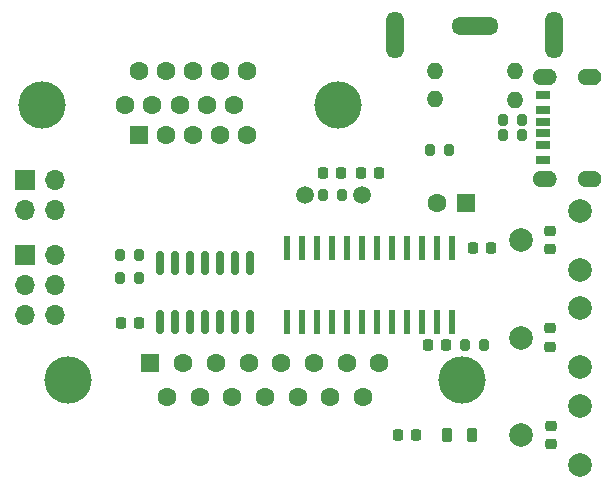
<source format=gbr>
%TF.GenerationSoftware,KiCad,Pcbnew,(6.0.6-0)*%
%TF.CreationDate,2022-10-23T01:51:18+09:00*%
%TF.ProjectId,Subaru,53756261-7275-42e6-9b69-6361645f7063,rev?*%
%TF.SameCoordinates,Original*%
%TF.FileFunction,Soldermask,Bot*%
%TF.FilePolarity,Negative*%
%FSLAX46Y46*%
G04 Gerber Fmt 4.6, Leading zero omitted, Abs format (unit mm)*
G04 Created by KiCad (PCBNEW (6.0.6-0)) date 2022-10-23 01:51:18*
%MOMM*%
%LPD*%
G01*
G04 APERTURE LIST*
G04 Aperture macros list*
%AMRoundRect*
0 Rectangle with rounded corners*
0 $1 Rounding radius*
0 $2 $3 $4 $5 $6 $7 $8 $9 X,Y pos of 4 corners*
0 Add a 4 corners polygon primitive as box body*
4,1,4,$2,$3,$4,$5,$6,$7,$8,$9,$2,$3,0*
0 Add four circle primitives for the rounded corners*
1,1,$1+$1,$2,$3*
1,1,$1+$1,$4,$5*
1,1,$1+$1,$6,$7*
1,1,$1+$1,$8,$9*
0 Add four rect primitives between the rounded corners*
20,1,$1+$1,$2,$3,$4,$5,0*
20,1,$1+$1,$4,$5,$6,$7,0*
20,1,$1+$1,$6,$7,$8,$9,0*
20,1,$1+$1,$8,$9,$2,$3,0*%
G04 Aperture macros list end*
%ADD10C,0.010000*%
%ADD11C,2.000000*%
%ADD12C,4.000000*%
%ADD13R,1.600000X1.600000*%
%ADD14C,1.600000*%
%ADD15O,1.500000X4.000000*%
%ADD16O,4.000000X1.500000*%
%ADD17O,1.400000X1.400000*%
%ADD18R,1.700000X1.700000*%
%ADD19O,1.700000X1.700000*%
%ADD20C,1.500000*%
%ADD21R,0.600000X2.000000*%
%ADD22RoundRect,0.218750X0.218750X0.381250X-0.218750X0.381250X-0.218750X-0.381250X0.218750X-0.381250X0*%
%ADD23RoundRect,0.225000X-0.225000X-0.250000X0.225000X-0.250000X0.225000X0.250000X-0.225000X0.250000X0*%
%ADD24RoundRect,0.200000X0.200000X0.275000X-0.200000X0.275000X-0.200000X-0.275000X0.200000X-0.275000X0*%
%ADD25R,1.200000X0.700000*%
%ADD26R,1.200000X0.800000*%
%ADD27R,1.200000X0.760000*%
%ADD28RoundRect,0.225000X0.225000X0.250000X-0.225000X0.250000X-0.225000X-0.250000X0.225000X-0.250000X0*%
%ADD29RoundRect,0.225000X0.250000X-0.225000X0.250000X0.225000X-0.250000X0.225000X-0.250000X-0.225000X0*%
%ADD30RoundRect,0.200000X-0.200000X-0.275000X0.200000X-0.275000X0.200000X0.275000X-0.200000X0.275000X0*%
%ADD31RoundRect,0.150000X-0.150000X0.825000X-0.150000X-0.825000X0.150000X-0.825000X0.150000X0.825000X0*%
G04 APERTURE END LIST*
%TO.C,J3*%
G36*
X149734000Y-70596000D02*
G01*
X149768000Y-70599000D01*
X149802000Y-70603000D01*
X149835000Y-70609000D01*
X149868000Y-70617000D01*
X149901000Y-70627000D01*
X149933000Y-70638000D01*
X149964000Y-70651000D01*
X149995000Y-70666000D01*
X150025000Y-70682000D01*
X150054000Y-70700000D01*
X150082000Y-70719000D01*
X150109000Y-70740000D01*
X150135000Y-70762000D01*
X150160000Y-70785000D01*
X150183000Y-70810000D01*
X150205000Y-70836000D01*
X150226000Y-70863000D01*
X150245000Y-70891000D01*
X150263000Y-70920000D01*
X150279000Y-70950000D01*
X150294000Y-70981000D01*
X150307000Y-71012000D01*
X150318000Y-71044000D01*
X150328000Y-71077000D01*
X150336000Y-71110000D01*
X150342000Y-71143000D01*
X150346000Y-71177000D01*
X150349000Y-71211000D01*
X150350000Y-71245000D01*
X150349000Y-71279000D01*
X150346000Y-71313000D01*
X150342000Y-71347000D01*
X150336000Y-71380000D01*
X150328000Y-71413000D01*
X150318000Y-71446000D01*
X150307000Y-71478000D01*
X150294000Y-71509000D01*
X150279000Y-71540000D01*
X150263000Y-71570000D01*
X150245000Y-71599000D01*
X150226000Y-71627000D01*
X150205000Y-71654000D01*
X150183000Y-71680000D01*
X150160000Y-71705000D01*
X150135000Y-71728000D01*
X150109000Y-71750000D01*
X150082000Y-71771000D01*
X150054000Y-71790000D01*
X150025000Y-71808000D01*
X149995000Y-71824000D01*
X149964000Y-71839000D01*
X149933000Y-71852000D01*
X149901000Y-71863000D01*
X149868000Y-71873000D01*
X149835000Y-71881000D01*
X149802000Y-71887000D01*
X149768000Y-71891000D01*
X149734000Y-71894000D01*
X149700000Y-71895000D01*
X149100000Y-71895000D01*
X149066000Y-71894000D01*
X149032000Y-71891000D01*
X148998000Y-71887000D01*
X148965000Y-71881000D01*
X148932000Y-71873000D01*
X148899000Y-71863000D01*
X148867000Y-71852000D01*
X148836000Y-71839000D01*
X148805000Y-71824000D01*
X148775000Y-71808000D01*
X148746000Y-71790000D01*
X148718000Y-71771000D01*
X148691000Y-71750000D01*
X148665000Y-71728000D01*
X148640000Y-71705000D01*
X148617000Y-71680000D01*
X148595000Y-71654000D01*
X148574000Y-71627000D01*
X148555000Y-71599000D01*
X148537000Y-71570000D01*
X148521000Y-71540000D01*
X148506000Y-71509000D01*
X148493000Y-71478000D01*
X148482000Y-71446000D01*
X148472000Y-71413000D01*
X148464000Y-71380000D01*
X148458000Y-71347000D01*
X148454000Y-71313000D01*
X148451000Y-71279000D01*
X148450000Y-71245000D01*
X148451000Y-71211000D01*
X148454000Y-71177000D01*
X148458000Y-71143000D01*
X148464000Y-71110000D01*
X148472000Y-71077000D01*
X148482000Y-71044000D01*
X148493000Y-71012000D01*
X148506000Y-70981000D01*
X148521000Y-70950000D01*
X148537000Y-70920000D01*
X148555000Y-70891000D01*
X148574000Y-70863000D01*
X148595000Y-70836000D01*
X148617000Y-70810000D01*
X148640000Y-70785000D01*
X148665000Y-70762000D01*
X148691000Y-70740000D01*
X148718000Y-70719000D01*
X148746000Y-70700000D01*
X148775000Y-70682000D01*
X148805000Y-70666000D01*
X148836000Y-70651000D01*
X148867000Y-70638000D01*
X148899000Y-70627000D01*
X148932000Y-70617000D01*
X148965000Y-70609000D01*
X148998000Y-70603000D01*
X149032000Y-70599000D01*
X149066000Y-70596000D01*
X149100000Y-70595000D01*
X149700000Y-70595000D01*
X149734000Y-70596000D01*
G37*
D10*
X149734000Y-70596000D02*
X149768000Y-70599000D01*
X149802000Y-70603000D01*
X149835000Y-70609000D01*
X149868000Y-70617000D01*
X149901000Y-70627000D01*
X149933000Y-70638000D01*
X149964000Y-70651000D01*
X149995000Y-70666000D01*
X150025000Y-70682000D01*
X150054000Y-70700000D01*
X150082000Y-70719000D01*
X150109000Y-70740000D01*
X150135000Y-70762000D01*
X150160000Y-70785000D01*
X150183000Y-70810000D01*
X150205000Y-70836000D01*
X150226000Y-70863000D01*
X150245000Y-70891000D01*
X150263000Y-70920000D01*
X150279000Y-70950000D01*
X150294000Y-70981000D01*
X150307000Y-71012000D01*
X150318000Y-71044000D01*
X150328000Y-71077000D01*
X150336000Y-71110000D01*
X150342000Y-71143000D01*
X150346000Y-71177000D01*
X150349000Y-71211000D01*
X150350000Y-71245000D01*
X150349000Y-71279000D01*
X150346000Y-71313000D01*
X150342000Y-71347000D01*
X150336000Y-71380000D01*
X150328000Y-71413000D01*
X150318000Y-71446000D01*
X150307000Y-71478000D01*
X150294000Y-71509000D01*
X150279000Y-71540000D01*
X150263000Y-71570000D01*
X150245000Y-71599000D01*
X150226000Y-71627000D01*
X150205000Y-71654000D01*
X150183000Y-71680000D01*
X150160000Y-71705000D01*
X150135000Y-71728000D01*
X150109000Y-71750000D01*
X150082000Y-71771000D01*
X150054000Y-71790000D01*
X150025000Y-71808000D01*
X149995000Y-71824000D01*
X149964000Y-71839000D01*
X149933000Y-71852000D01*
X149901000Y-71863000D01*
X149868000Y-71873000D01*
X149835000Y-71881000D01*
X149802000Y-71887000D01*
X149768000Y-71891000D01*
X149734000Y-71894000D01*
X149700000Y-71895000D01*
X149100000Y-71895000D01*
X149066000Y-71894000D01*
X149032000Y-71891000D01*
X148998000Y-71887000D01*
X148965000Y-71881000D01*
X148932000Y-71873000D01*
X148899000Y-71863000D01*
X148867000Y-71852000D01*
X148836000Y-71839000D01*
X148805000Y-71824000D01*
X148775000Y-71808000D01*
X148746000Y-71790000D01*
X148718000Y-71771000D01*
X148691000Y-71750000D01*
X148665000Y-71728000D01*
X148640000Y-71705000D01*
X148617000Y-71680000D01*
X148595000Y-71654000D01*
X148574000Y-71627000D01*
X148555000Y-71599000D01*
X148537000Y-71570000D01*
X148521000Y-71540000D01*
X148506000Y-71509000D01*
X148493000Y-71478000D01*
X148482000Y-71446000D01*
X148472000Y-71413000D01*
X148464000Y-71380000D01*
X148458000Y-71347000D01*
X148454000Y-71313000D01*
X148451000Y-71279000D01*
X148450000Y-71245000D01*
X148451000Y-71211000D01*
X148454000Y-71177000D01*
X148458000Y-71143000D01*
X148464000Y-71110000D01*
X148472000Y-71077000D01*
X148482000Y-71044000D01*
X148493000Y-71012000D01*
X148506000Y-70981000D01*
X148521000Y-70950000D01*
X148537000Y-70920000D01*
X148555000Y-70891000D01*
X148574000Y-70863000D01*
X148595000Y-70836000D01*
X148617000Y-70810000D01*
X148640000Y-70785000D01*
X148665000Y-70762000D01*
X148691000Y-70740000D01*
X148718000Y-70719000D01*
X148746000Y-70700000D01*
X148775000Y-70682000D01*
X148805000Y-70666000D01*
X148836000Y-70651000D01*
X148867000Y-70638000D01*
X148899000Y-70627000D01*
X148932000Y-70617000D01*
X148965000Y-70609000D01*
X148998000Y-70603000D01*
X149032000Y-70599000D01*
X149066000Y-70596000D01*
X149100000Y-70595000D01*
X149700000Y-70595000D01*
X149734000Y-70596000D01*
G36*
X149734000Y-79236000D02*
G01*
X149768000Y-79239000D01*
X149802000Y-79243000D01*
X149835000Y-79249000D01*
X149868000Y-79257000D01*
X149901000Y-79267000D01*
X149933000Y-79278000D01*
X149964000Y-79291000D01*
X149995000Y-79306000D01*
X150025000Y-79322000D01*
X150054000Y-79340000D01*
X150082000Y-79359000D01*
X150109000Y-79380000D01*
X150135000Y-79402000D01*
X150160000Y-79425000D01*
X150183000Y-79450000D01*
X150205000Y-79476000D01*
X150226000Y-79503000D01*
X150245000Y-79531000D01*
X150263000Y-79560000D01*
X150279000Y-79590000D01*
X150294000Y-79621000D01*
X150307000Y-79652000D01*
X150318000Y-79684000D01*
X150328000Y-79717000D01*
X150336000Y-79750000D01*
X150342000Y-79783000D01*
X150346000Y-79817000D01*
X150349000Y-79851000D01*
X150350000Y-79885000D01*
X150349000Y-79919000D01*
X150346000Y-79953000D01*
X150342000Y-79987000D01*
X150336000Y-80020000D01*
X150328000Y-80053000D01*
X150318000Y-80086000D01*
X150307000Y-80118000D01*
X150294000Y-80149000D01*
X150279000Y-80180000D01*
X150263000Y-80210000D01*
X150245000Y-80239000D01*
X150226000Y-80267000D01*
X150205000Y-80294000D01*
X150183000Y-80320000D01*
X150160000Y-80345000D01*
X150135000Y-80368000D01*
X150109000Y-80390000D01*
X150082000Y-80411000D01*
X150054000Y-80430000D01*
X150025000Y-80448000D01*
X149995000Y-80464000D01*
X149964000Y-80479000D01*
X149933000Y-80492000D01*
X149901000Y-80503000D01*
X149868000Y-80513000D01*
X149835000Y-80521000D01*
X149802000Y-80527000D01*
X149768000Y-80531000D01*
X149734000Y-80534000D01*
X149700000Y-80535000D01*
X149100000Y-80535000D01*
X149066000Y-80534000D01*
X149032000Y-80531000D01*
X148998000Y-80527000D01*
X148965000Y-80521000D01*
X148932000Y-80513000D01*
X148899000Y-80503000D01*
X148867000Y-80492000D01*
X148836000Y-80479000D01*
X148805000Y-80464000D01*
X148775000Y-80448000D01*
X148746000Y-80430000D01*
X148718000Y-80411000D01*
X148691000Y-80390000D01*
X148665000Y-80368000D01*
X148640000Y-80345000D01*
X148617000Y-80320000D01*
X148595000Y-80294000D01*
X148574000Y-80267000D01*
X148555000Y-80239000D01*
X148537000Y-80210000D01*
X148521000Y-80180000D01*
X148506000Y-80149000D01*
X148493000Y-80118000D01*
X148482000Y-80086000D01*
X148472000Y-80053000D01*
X148464000Y-80020000D01*
X148458000Y-79987000D01*
X148454000Y-79953000D01*
X148451000Y-79919000D01*
X148450000Y-79885000D01*
X148451000Y-79851000D01*
X148454000Y-79817000D01*
X148458000Y-79783000D01*
X148464000Y-79750000D01*
X148472000Y-79717000D01*
X148482000Y-79684000D01*
X148493000Y-79652000D01*
X148506000Y-79621000D01*
X148521000Y-79590000D01*
X148537000Y-79560000D01*
X148555000Y-79531000D01*
X148574000Y-79503000D01*
X148595000Y-79476000D01*
X148617000Y-79450000D01*
X148640000Y-79425000D01*
X148665000Y-79402000D01*
X148691000Y-79380000D01*
X148718000Y-79359000D01*
X148746000Y-79340000D01*
X148775000Y-79322000D01*
X148805000Y-79306000D01*
X148836000Y-79291000D01*
X148867000Y-79278000D01*
X148899000Y-79267000D01*
X148932000Y-79257000D01*
X148965000Y-79249000D01*
X148998000Y-79243000D01*
X149032000Y-79239000D01*
X149066000Y-79236000D01*
X149100000Y-79235000D01*
X149700000Y-79235000D01*
X149734000Y-79236000D01*
G37*
X149734000Y-79236000D02*
X149768000Y-79239000D01*
X149802000Y-79243000D01*
X149835000Y-79249000D01*
X149868000Y-79257000D01*
X149901000Y-79267000D01*
X149933000Y-79278000D01*
X149964000Y-79291000D01*
X149995000Y-79306000D01*
X150025000Y-79322000D01*
X150054000Y-79340000D01*
X150082000Y-79359000D01*
X150109000Y-79380000D01*
X150135000Y-79402000D01*
X150160000Y-79425000D01*
X150183000Y-79450000D01*
X150205000Y-79476000D01*
X150226000Y-79503000D01*
X150245000Y-79531000D01*
X150263000Y-79560000D01*
X150279000Y-79590000D01*
X150294000Y-79621000D01*
X150307000Y-79652000D01*
X150318000Y-79684000D01*
X150328000Y-79717000D01*
X150336000Y-79750000D01*
X150342000Y-79783000D01*
X150346000Y-79817000D01*
X150349000Y-79851000D01*
X150350000Y-79885000D01*
X150349000Y-79919000D01*
X150346000Y-79953000D01*
X150342000Y-79987000D01*
X150336000Y-80020000D01*
X150328000Y-80053000D01*
X150318000Y-80086000D01*
X150307000Y-80118000D01*
X150294000Y-80149000D01*
X150279000Y-80180000D01*
X150263000Y-80210000D01*
X150245000Y-80239000D01*
X150226000Y-80267000D01*
X150205000Y-80294000D01*
X150183000Y-80320000D01*
X150160000Y-80345000D01*
X150135000Y-80368000D01*
X150109000Y-80390000D01*
X150082000Y-80411000D01*
X150054000Y-80430000D01*
X150025000Y-80448000D01*
X149995000Y-80464000D01*
X149964000Y-80479000D01*
X149933000Y-80492000D01*
X149901000Y-80503000D01*
X149868000Y-80513000D01*
X149835000Y-80521000D01*
X149802000Y-80527000D01*
X149768000Y-80531000D01*
X149734000Y-80534000D01*
X149700000Y-80535000D01*
X149100000Y-80535000D01*
X149066000Y-80534000D01*
X149032000Y-80531000D01*
X148998000Y-80527000D01*
X148965000Y-80521000D01*
X148932000Y-80513000D01*
X148899000Y-80503000D01*
X148867000Y-80492000D01*
X148836000Y-80479000D01*
X148805000Y-80464000D01*
X148775000Y-80448000D01*
X148746000Y-80430000D01*
X148718000Y-80411000D01*
X148691000Y-80390000D01*
X148665000Y-80368000D01*
X148640000Y-80345000D01*
X148617000Y-80320000D01*
X148595000Y-80294000D01*
X148574000Y-80267000D01*
X148555000Y-80239000D01*
X148537000Y-80210000D01*
X148521000Y-80180000D01*
X148506000Y-80149000D01*
X148493000Y-80118000D01*
X148482000Y-80086000D01*
X148472000Y-80053000D01*
X148464000Y-80020000D01*
X148458000Y-79987000D01*
X148454000Y-79953000D01*
X148451000Y-79919000D01*
X148450000Y-79885000D01*
X148451000Y-79851000D01*
X148454000Y-79817000D01*
X148458000Y-79783000D01*
X148464000Y-79750000D01*
X148472000Y-79717000D01*
X148482000Y-79684000D01*
X148493000Y-79652000D01*
X148506000Y-79621000D01*
X148521000Y-79590000D01*
X148537000Y-79560000D01*
X148555000Y-79531000D01*
X148574000Y-79503000D01*
X148595000Y-79476000D01*
X148617000Y-79450000D01*
X148640000Y-79425000D01*
X148665000Y-79402000D01*
X148691000Y-79380000D01*
X148718000Y-79359000D01*
X148746000Y-79340000D01*
X148775000Y-79322000D01*
X148805000Y-79306000D01*
X148836000Y-79291000D01*
X148867000Y-79278000D01*
X148899000Y-79267000D01*
X148932000Y-79257000D01*
X148965000Y-79249000D01*
X148998000Y-79243000D01*
X149032000Y-79239000D01*
X149066000Y-79236000D01*
X149100000Y-79235000D01*
X149700000Y-79235000D01*
X149734000Y-79236000D01*
G36*
X153534000Y-70596000D02*
G01*
X153568000Y-70599000D01*
X153602000Y-70603000D01*
X153635000Y-70609000D01*
X153668000Y-70617000D01*
X153701000Y-70627000D01*
X153733000Y-70638000D01*
X153764000Y-70651000D01*
X153795000Y-70666000D01*
X153825000Y-70682000D01*
X153854000Y-70700000D01*
X153882000Y-70719000D01*
X153909000Y-70740000D01*
X153935000Y-70762000D01*
X153960000Y-70785000D01*
X153983000Y-70810000D01*
X154005000Y-70836000D01*
X154026000Y-70863000D01*
X154045000Y-70891000D01*
X154063000Y-70920000D01*
X154079000Y-70950000D01*
X154094000Y-70981000D01*
X154107000Y-71012000D01*
X154118000Y-71044000D01*
X154128000Y-71077000D01*
X154136000Y-71110000D01*
X154142000Y-71143000D01*
X154146000Y-71177000D01*
X154149000Y-71211000D01*
X154150000Y-71245000D01*
X154149000Y-71279000D01*
X154146000Y-71313000D01*
X154142000Y-71347000D01*
X154136000Y-71380000D01*
X154128000Y-71413000D01*
X154118000Y-71446000D01*
X154107000Y-71478000D01*
X154094000Y-71509000D01*
X154079000Y-71540000D01*
X154063000Y-71570000D01*
X154045000Y-71599000D01*
X154026000Y-71627000D01*
X154005000Y-71654000D01*
X153983000Y-71680000D01*
X153960000Y-71705000D01*
X153935000Y-71728000D01*
X153909000Y-71750000D01*
X153882000Y-71771000D01*
X153854000Y-71790000D01*
X153825000Y-71808000D01*
X153795000Y-71824000D01*
X153764000Y-71839000D01*
X153733000Y-71852000D01*
X153701000Y-71863000D01*
X153668000Y-71873000D01*
X153635000Y-71881000D01*
X153602000Y-71887000D01*
X153568000Y-71891000D01*
X153534000Y-71894000D01*
X153500000Y-71895000D01*
X152900000Y-71895000D01*
X152866000Y-71894000D01*
X152832000Y-71891000D01*
X152798000Y-71887000D01*
X152765000Y-71881000D01*
X152732000Y-71873000D01*
X152699000Y-71863000D01*
X152667000Y-71852000D01*
X152636000Y-71839000D01*
X152605000Y-71824000D01*
X152575000Y-71808000D01*
X152546000Y-71790000D01*
X152518000Y-71771000D01*
X152491000Y-71750000D01*
X152465000Y-71728000D01*
X152440000Y-71705000D01*
X152417000Y-71680000D01*
X152395000Y-71654000D01*
X152374000Y-71627000D01*
X152355000Y-71599000D01*
X152337000Y-71570000D01*
X152321000Y-71540000D01*
X152306000Y-71509000D01*
X152293000Y-71478000D01*
X152282000Y-71446000D01*
X152272000Y-71413000D01*
X152264000Y-71380000D01*
X152258000Y-71347000D01*
X152254000Y-71313000D01*
X152251000Y-71279000D01*
X152250000Y-71245000D01*
X152251000Y-71211000D01*
X152254000Y-71177000D01*
X152258000Y-71143000D01*
X152264000Y-71110000D01*
X152272000Y-71077000D01*
X152282000Y-71044000D01*
X152293000Y-71012000D01*
X152306000Y-70981000D01*
X152321000Y-70950000D01*
X152337000Y-70920000D01*
X152355000Y-70891000D01*
X152374000Y-70863000D01*
X152395000Y-70836000D01*
X152417000Y-70810000D01*
X152440000Y-70785000D01*
X152465000Y-70762000D01*
X152491000Y-70740000D01*
X152518000Y-70719000D01*
X152546000Y-70700000D01*
X152575000Y-70682000D01*
X152605000Y-70666000D01*
X152636000Y-70651000D01*
X152667000Y-70638000D01*
X152699000Y-70627000D01*
X152732000Y-70617000D01*
X152765000Y-70609000D01*
X152798000Y-70603000D01*
X152832000Y-70599000D01*
X152866000Y-70596000D01*
X152900000Y-70595000D01*
X153500000Y-70595000D01*
X153534000Y-70596000D01*
G37*
X153534000Y-70596000D02*
X153568000Y-70599000D01*
X153602000Y-70603000D01*
X153635000Y-70609000D01*
X153668000Y-70617000D01*
X153701000Y-70627000D01*
X153733000Y-70638000D01*
X153764000Y-70651000D01*
X153795000Y-70666000D01*
X153825000Y-70682000D01*
X153854000Y-70700000D01*
X153882000Y-70719000D01*
X153909000Y-70740000D01*
X153935000Y-70762000D01*
X153960000Y-70785000D01*
X153983000Y-70810000D01*
X154005000Y-70836000D01*
X154026000Y-70863000D01*
X154045000Y-70891000D01*
X154063000Y-70920000D01*
X154079000Y-70950000D01*
X154094000Y-70981000D01*
X154107000Y-71012000D01*
X154118000Y-71044000D01*
X154128000Y-71077000D01*
X154136000Y-71110000D01*
X154142000Y-71143000D01*
X154146000Y-71177000D01*
X154149000Y-71211000D01*
X154150000Y-71245000D01*
X154149000Y-71279000D01*
X154146000Y-71313000D01*
X154142000Y-71347000D01*
X154136000Y-71380000D01*
X154128000Y-71413000D01*
X154118000Y-71446000D01*
X154107000Y-71478000D01*
X154094000Y-71509000D01*
X154079000Y-71540000D01*
X154063000Y-71570000D01*
X154045000Y-71599000D01*
X154026000Y-71627000D01*
X154005000Y-71654000D01*
X153983000Y-71680000D01*
X153960000Y-71705000D01*
X153935000Y-71728000D01*
X153909000Y-71750000D01*
X153882000Y-71771000D01*
X153854000Y-71790000D01*
X153825000Y-71808000D01*
X153795000Y-71824000D01*
X153764000Y-71839000D01*
X153733000Y-71852000D01*
X153701000Y-71863000D01*
X153668000Y-71873000D01*
X153635000Y-71881000D01*
X153602000Y-71887000D01*
X153568000Y-71891000D01*
X153534000Y-71894000D01*
X153500000Y-71895000D01*
X152900000Y-71895000D01*
X152866000Y-71894000D01*
X152832000Y-71891000D01*
X152798000Y-71887000D01*
X152765000Y-71881000D01*
X152732000Y-71873000D01*
X152699000Y-71863000D01*
X152667000Y-71852000D01*
X152636000Y-71839000D01*
X152605000Y-71824000D01*
X152575000Y-71808000D01*
X152546000Y-71790000D01*
X152518000Y-71771000D01*
X152491000Y-71750000D01*
X152465000Y-71728000D01*
X152440000Y-71705000D01*
X152417000Y-71680000D01*
X152395000Y-71654000D01*
X152374000Y-71627000D01*
X152355000Y-71599000D01*
X152337000Y-71570000D01*
X152321000Y-71540000D01*
X152306000Y-71509000D01*
X152293000Y-71478000D01*
X152282000Y-71446000D01*
X152272000Y-71413000D01*
X152264000Y-71380000D01*
X152258000Y-71347000D01*
X152254000Y-71313000D01*
X152251000Y-71279000D01*
X152250000Y-71245000D01*
X152251000Y-71211000D01*
X152254000Y-71177000D01*
X152258000Y-71143000D01*
X152264000Y-71110000D01*
X152272000Y-71077000D01*
X152282000Y-71044000D01*
X152293000Y-71012000D01*
X152306000Y-70981000D01*
X152321000Y-70950000D01*
X152337000Y-70920000D01*
X152355000Y-70891000D01*
X152374000Y-70863000D01*
X152395000Y-70836000D01*
X152417000Y-70810000D01*
X152440000Y-70785000D01*
X152465000Y-70762000D01*
X152491000Y-70740000D01*
X152518000Y-70719000D01*
X152546000Y-70700000D01*
X152575000Y-70682000D01*
X152605000Y-70666000D01*
X152636000Y-70651000D01*
X152667000Y-70638000D01*
X152699000Y-70627000D01*
X152732000Y-70617000D01*
X152765000Y-70609000D01*
X152798000Y-70603000D01*
X152832000Y-70599000D01*
X152866000Y-70596000D01*
X152900000Y-70595000D01*
X153500000Y-70595000D01*
X153534000Y-70596000D01*
G36*
X153534000Y-79236000D02*
G01*
X153568000Y-79239000D01*
X153602000Y-79243000D01*
X153635000Y-79249000D01*
X153668000Y-79257000D01*
X153701000Y-79267000D01*
X153733000Y-79278000D01*
X153764000Y-79291000D01*
X153795000Y-79306000D01*
X153825000Y-79322000D01*
X153854000Y-79340000D01*
X153882000Y-79359000D01*
X153909000Y-79380000D01*
X153935000Y-79402000D01*
X153960000Y-79425000D01*
X153983000Y-79450000D01*
X154005000Y-79476000D01*
X154026000Y-79503000D01*
X154045000Y-79531000D01*
X154063000Y-79560000D01*
X154079000Y-79590000D01*
X154094000Y-79621000D01*
X154107000Y-79652000D01*
X154118000Y-79684000D01*
X154128000Y-79717000D01*
X154136000Y-79750000D01*
X154142000Y-79783000D01*
X154146000Y-79817000D01*
X154149000Y-79851000D01*
X154150000Y-79885000D01*
X154149000Y-79919000D01*
X154146000Y-79953000D01*
X154142000Y-79987000D01*
X154136000Y-80020000D01*
X154128000Y-80053000D01*
X154118000Y-80086000D01*
X154107000Y-80118000D01*
X154094000Y-80149000D01*
X154079000Y-80180000D01*
X154063000Y-80210000D01*
X154045000Y-80239000D01*
X154026000Y-80267000D01*
X154005000Y-80294000D01*
X153983000Y-80320000D01*
X153960000Y-80345000D01*
X153935000Y-80368000D01*
X153909000Y-80390000D01*
X153882000Y-80411000D01*
X153854000Y-80430000D01*
X153825000Y-80448000D01*
X153795000Y-80464000D01*
X153764000Y-80479000D01*
X153733000Y-80492000D01*
X153701000Y-80503000D01*
X153668000Y-80513000D01*
X153635000Y-80521000D01*
X153602000Y-80527000D01*
X153568000Y-80531000D01*
X153534000Y-80534000D01*
X153500000Y-80535000D01*
X152900000Y-80535000D01*
X152866000Y-80534000D01*
X152832000Y-80531000D01*
X152798000Y-80527000D01*
X152765000Y-80521000D01*
X152732000Y-80513000D01*
X152699000Y-80503000D01*
X152667000Y-80492000D01*
X152636000Y-80479000D01*
X152605000Y-80464000D01*
X152575000Y-80448000D01*
X152546000Y-80430000D01*
X152518000Y-80411000D01*
X152491000Y-80390000D01*
X152465000Y-80368000D01*
X152440000Y-80345000D01*
X152417000Y-80320000D01*
X152395000Y-80294000D01*
X152374000Y-80267000D01*
X152355000Y-80239000D01*
X152337000Y-80210000D01*
X152321000Y-80180000D01*
X152306000Y-80149000D01*
X152293000Y-80118000D01*
X152282000Y-80086000D01*
X152272000Y-80053000D01*
X152264000Y-80020000D01*
X152258000Y-79987000D01*
X152254000Y-79953000D01*
X152251000Y-79919000D01*
X152250000Y-79885000D01*
X152251000Y-79851000D01*
X152254000Y-79817000D01*
X152258000Y-79783000D01*
X152264000Y-79750000D01*
X152272000Y-79717000D01*
X152282000Y-79684000D01*
X152293000Y-79652000D01*
X152306000Y-79621000D01*
X152321000Y-79590000D01*
X152337000Y-79560000D01*
X152355000Y-79531000D01*
X152374000Y-79503000D01*
X152395000Y-79476000D01*
X152417000Y-79450000D01*
X152440000Y-79425000D01*
X152465000Y-79402000D01*
X152491000Y-79380000D01*
X152518000Y-79359000D01*
X152546000Y-79340000D01*
X152575000Y-79322000D01*
X152605000Y-79306000D01*
X152636000Y-79291000D01*
X152667000Y-79278000D01*
X152699000Y-79267000D01*
X152732000Y-79257000D01*
X152765000Y-79249000D01*
X152798000Y-79243000D01*
X152832000Y-79239000D01*
X152866000Y-79236000D01*
X152900000Y-79235000D01*
X153500000Y-79235000D01*
X153534000Y-79236000D01*
G37*
X153534000Y-79236000D02*
X153568000Y-79239000D01*
X153602000Y-79243000D01*
X153635000Y-79249000D01*
X153668000Y-79257000D01*
X153701000Y-79267000D01*
X153733000Y-79278000D01*
X153764000Y-79291000D01*
X153795000Y-79306000D01*
X153825000Y-79322000D01*
X153854000Y-79340000D01*
X153882000Y-79359000D01*
X153909000Y-79380000D01*
X153935000Y-79402000D01*
X153960000Y-79425000D01*
X153983000Y-79450000D01*
X154005000Y-79476000D01*
X154026000Y-79503000D01*
X154045000Y-79531000D01*
X154063000Y-79560000D01*
X154079000Y-79590000D01*
X154094000Y-79621000D01*
X154107000Y-79652000D01*
X154118000Y-79684000D01*
X154128000Y-79717000D01*
X154136000Y-79750000D01*
X154142000Y-79783000D01*
X154146000Y-79817000D01*
X154149000Y-79851000D01*
X154150000Y-79885000D01*
X154149000Y-79919000D01*
X154146000Y-79953000D01*
X154142000Y-79987000D01*
X154136000Y-80020000D01*
X154128000Y-80053000D01*
X154118000Y-80086000D01*
X154107000Y-80118000D01*
X154094000Y-80149000D01*
X154079000Y-80180000D01*
X154063000Y-80210000D01*
X154045000Y-80239000D01*
X154026000Y-80267000D01*
X154005000Y-80294000D01*
X153983000Y-80320000D01*
X153960000Y-80345000D01*
X153935000Y-80368000D01*
X153909000Y-80390000D01*
X153882000Y-80411000D01*
X153854000Y-80430000D01*
X153825000Y-80448000D01*
X153795000Y-80464000D01*
X153764000Y-80479000D01*
X153733000Y-80492000D01*
X153701000Y-80503000D01*
X153668000Y-80513000D01*
X153635000Y-80521000D01*
X153602000Y-80527000D01*
X153568000Y-80531000D01*
X153534000Y-80534000D01*
X153500000Y-80535000D01*
X152900000Y-80535000D01*
X152866000Y-80534000D01*
X152832000Y-80531000D01*
X152798000Y-80527000D01*
X152765000Y-80521000D01*
X152732000Y-80513000D01*
X152699000Y-80503000D01*
X152667000Y-80492000D01*
X152636000Y-80479000D01*
X152605000Y-80464000D01*
X152575000Y-80448000D01*
X152546000Y-80430000D01*
X152518000Y-80411000D01*
X152491000Y-80390000D01*
X152465000Y-80368000D01*
X152440000Y-80345000D01*
X152417000Y-80320000D01*
X152395000Y-80294000D01*
X152374000Y-80267000D01*
X152355000Y-80239000D01*
X152337000Y-80210000D01*
X152321000Y-80180000D01*
X152306000Y-80149000D01*
X152293000Y-80118000D01*
X152282000Y-80086000D01*
X152272000Y-80053000D01*
X152264000Y-80020000D01*
X152258000Y-79987000D01*
X152254000Y-79953000D01*
X152251000Y-79919000D01*
X152250000Y-79885000D01*
X152251000Y-79851000D01*
X152254000Y-79817000D01*
X152258000Y-79783000D01*
X152264000Y-79750000D01*
X152272000Y-79717000D01*
X152282000Y-79684000D01*
X152293000Y-79652000D01*
X152306000Y-79621000D01*
X152321000Y-79590000D01*
X152337000Y-79560000D01*
X152355000Y-79531000D01*
X152374000Y-79503000D01*
X152395000Y-79476000D01*
X152417000Y-79450000D01*
X152440000Y-79425000D01*
X152465000Y-79402000D01*
X152491000Y-79380000D01*
X152518000Y-79359000D01*
X152546000Y-79340000D01*
X152575000Y-79322000D01*
X152605000Y-79306000D01*
X152636000Y-79291000D01*
X152667000Y-79278000D01*
X152699000Y-79267000D01*
X152732000Y-79257000D01*
X152765000Y-79249000D01*
X152798000Y-79243000D01*
X152832000Y-79239000D01*
X152866000Y-79236000D01*
X152900000Y-79235000D01*
X153500000Y-79235000D01*
X153534000Y-79236000D01*
%TD*%
D11*
%TO.C,RV2*%
X152400000Y-95845000D03*
X147400000Y-93345000D03*
X152400000Y-90845000D03*
%TD*%
D12*
%TO.C,J7*%
X106895000Y-73660000D03*
X131895000Y-73660000D03*
D13*
X115080000Y-76200000D03*
D14*
X117370000Y-76200000D03*
X119660000Y-76200000D03*
X121950000Y-76200000D03*
X124240000Y-76200000D03*
X113935000Y-73660000D03*
X116225000Y-73660000D03*
X118515000Y-73660000D03*
X120805000Y-73660000D03*
X123095000Y-73660000D03*
X115080000Y-70739000D03*
X117370000Y-70739000D03*
X119660000Y-70739000D03*
X121950000Y-70739000D03*
X124240000Y-70739000D03*
%TD*%
D11*
%TO.C,RV3*%
X152400000Y-87590000D03*
X147400000Y-85090000D03*
X152400000Y-82590000D03*
%TD*%
D15*
%TO.C,J5*%
X150260000Y-67744700D03*
X136760000Y-67744700D03*
D16*
X143510000Y-66944700D03*
D17*
X140110000Y-70744700D03*
X146910000Y-70744700D03*
X140110000Y-73144700D03*
X146910000Y-73244700D03*
%TD*%
D18*
%TO.C,J2*%
X105410000Y-86360000D03*
D19*
X107950000Y-86360000D03*
X105410000Y-88900000D03*
X107950000Y-88900000D03*
X105410000Y-91440000D03*
X107950000Y-91440000D03*
%TD*%
D13*
%TO.C,C8*%
X142810100Y-81915000D03*
D14*
X140310100Y-81915000D03*
%TD*%
D18*
%TO.C,J4*%
X105405000Y-80005000D03*
D19*
X107945000Y-80005000D03*
X105405000Y-82545000D03*
X107945000Y-82545000D03*
%TD*%
D20*
%TO.C,Y1*%
X133985000Y-81280000D03*
X129105000Y-81280000D03*
%TD*%
D12*
%TO.C,J1*%
X109100000Y-96959700D03*
X142400000Y-96959700D03*
D13*
X116055000Y-95539700D03*
D14*
X118825000Y-95539700D03*
X121595000Y-95539700D03*
X124365000Y-95539700D03*
X127135000Y-95539700D03*
X129905000Y-95539700D03*
X132675000Y-95539700D03*
X135445000Y-95539700D03*
X117440000Y-98379700D03*
X120210000Y-98379700D03*
X122980000Y-98379700D03*
X125750000Y-98379700D03*
X128520000Y-98379700D03*
X131290000Y-98379700D03*
X134060000Y-98379700D03*
%TD*%
D11*
%TO.C,RV1*%
X152440000Y-104100000D03*
X147440000Y-101600000D03*
X152440000Y-99100000D03*
%TD*%
D21*
%TO.C,U2*%
X127635000Y-85800000D03*
X128905000Y-85800000D03*
X130175000Y-85800000D03*
X131445000Y-85800000D03*
X132715000Y-85800000D03*
X133985000Y-85800000D03*
X135255000Y-85800000D03*
X136525000Y-85800000D03*
X137795000Y-85800000D03*
X139065000Y-85800000D03*
X140335000Y-85800000D03*
X141605000Y-85800000D03*
X141605000Y-92000000D03*
X140335000Y-92000000D03*
X139065000Y-92000000D03*
X137795000Y-92000000D03*
X136525000Y-92000000D03*
X135255000Y-92000000D03*
X133985000Y-92000000D03*
X132715000Y-92000000D03*
X131445000Y-92000000D03*
X130175000Y-92000000D03*
X128905000Y-92000000D03*
X127635000Y-92000000D03*
%TD*%
D22*
%TO.C,L1*%
X143302500Y-101600000D03*
X141177500Y-101600000D03*
%TD*%
D23*
%TO.C,C6*%
X130670000Y-79375000D03*
X132220000Y-79375000D03*
%TD*%
D24*
%TO.C,R3*%
X147510000Y-74930000D03*
X145860000Y-74930000D03*
%TD*%
D25*
%TO.C,J3*%
X149320000Y-75065000D03*
X149320000Y-76065000D03*
D26*
X149320000Y-78315000D03*
X149320000Y-72815000D03*
D27*
X149320000Y-77085000D03*
X149320000Y-74045000D03*
%TD*%
D28*
%TO.C,C7*%
X115075000Y-92075000D03*
X113525000Y-92075000D03*
%TD*%
%TO.C,C10*%
X138570000Y-101600000D03*
X137020000Y-101600000D03*
%TD*%
D29*
%TO.C,C3*%
X149860000Y-85865000D03*
X149860000Y-84315000D03*
%TD*%
%TO.C,C2*%
X149900000Y-94120000D03*
X149900000Y-92570000D03*
%TD*%
D24*
%TO.C,R4*%
X147510000Y-76200000D03*
X145860000Y-76200000D03*
%TD*%
D30*
%TO.C,R1*%
X113475000Y-88265000D03*
X115125000Y-88265000D03*
%TD*%
D28*
%TO.C,C9*%
X141110000Y-93980000D03*
X139560000Y-93980000D03*
%TD*%
D30*
%TO.C,R2*%
X113475000Y-86360000D03*
X115125000Y-86360000D03*
%TD*%
D28*
%TO.C,C4*%
X135395000Y-79375000D03*
X133845000Y-79375000D03*
%TD*%
D30*
%TO.C,R5*%
X130620000Y-81280000D03*
X132270000Y-81280000D03*
%TD*%
D24*
%TO.C,R8*%
X144335000Y-93980000D03*
X142685000Y-93980000D03*
%TD*%
D31*
%TO.C,U1*%
X116840000Y-87060000D03*
X118110000Y-87060000D03*
X119380000Y-87060000D03*
X120650000Y-87060000D03*
X121920000Y-87060000D03*
X123190000Y-87060000D03*
X124460000Y-87060000D03*
X124460000Y-92010000D03*
X123190000Y-92010000D03*
X121920000Y-92010000D03*
X120650000Y-92010000D03*
X119380000Y-92010000D03*
X118110000Y-92010000D03*
X116840000Y-92010000D03*
%TD*%
D29*
%TO.C,C1*%
X149940000Y-102375000D03*
X149940000Y-100825000D03*
%TD*%
D24*
%TO.C,R7*%
X141350000Y-77470000D03*
X139700000Y-77470000D03*
%TD*%
D23*
%TO.C,C5*%
X143370000Y-85725000D03*
X144920000Y-85725000D03*
%TD*%
M02*

</source>
